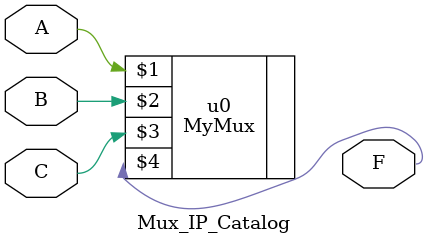
<source format=v>
module Mux_IP_Catalog(
	input 	A, B, C,
	output 	F);

MyMux u0(A, B, C, F);
 
endmodule 
</source>
